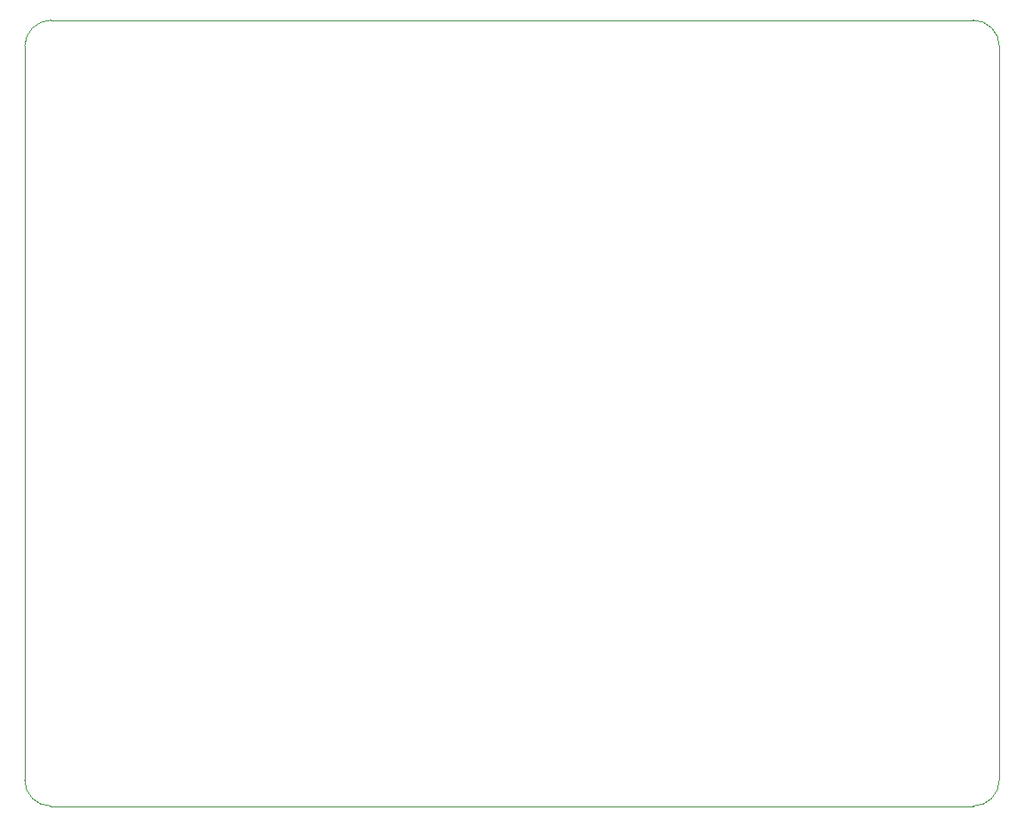
<source format=gbr>
%TF.GenerationSoftware,KiCad,Pcbnew,5.1.10-88a1d61d58~90~ubuntu20.04.1*%
%TF.CreationDate,2021-10-29T09:45:40+02:00*%
%TF.ProjectId,GameboyReader,47616d65-626f-4795-9265-616465722e6b,rev?*%
%TF.SameCoordinates,Original*%
%TF.FileFunction,Profile,NP*%
%FSLAX46Y46*%
G04 Gerber Fmt 4.6, Leading zero omitted, Abs format (unit mm)*
G04 Created by KiCad (PCBNEW 5.1.10-88a1d61d58~90~ubuntu20.04.1) date 2021-10-29 09:45:40*
%MOMM*%
%LPD*%
G01*
G04 APERTURE LIST*
%TA.AperFunction,Profile*%
%ADD10C,0.050000*%
%TD*%
G04 APERTURE END LIST*
D10*
X105000000Y-77500000D02*
G75*
G02*
X107500000Y-75000000I2540000J-40000D01*
G01*
X107500000Y-150000000D02*
G75*
G02*
X105000000Y-147500000I0J2500000D01*
G01*
X198000000Y-147500000D02*
G75*
G02*
X195500000Y-150000000I-2500000J0D01*
G01*
X195500000Y-75000000D02*
G75*
G02*
X198000000Y-77500000I0J-2500000D01*
G01*
X105000000Y-147500000D02*
X105000000Y-77500000D01*
X195500000Y-150000000D02*
X107500000Y-150000000D01*
X198000000Y-77500000D02*
X198000000Y-147500000D01*
X107500000Y-75000000D02*
X195500000Y-75000000D01*
M02*

</source>
